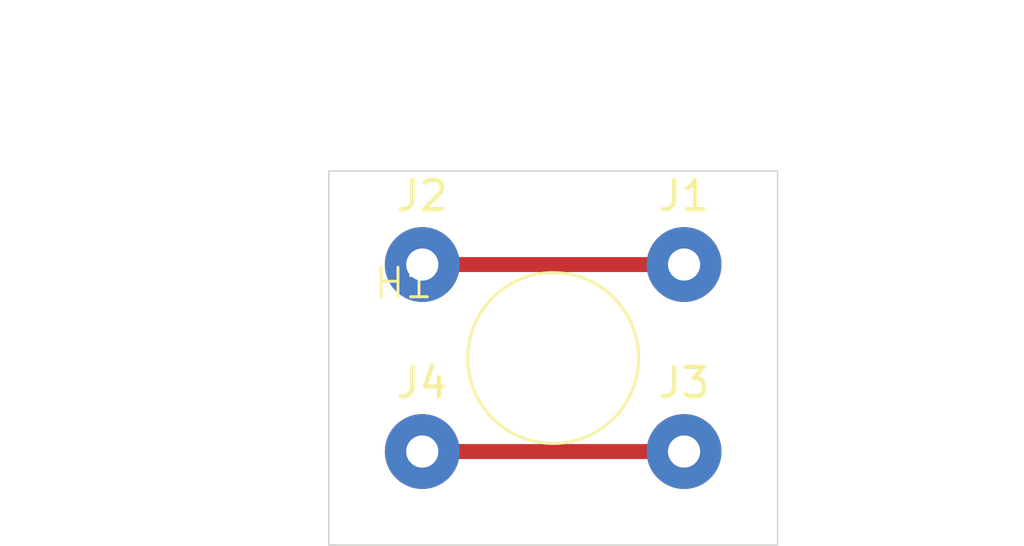
<source format=kicad_pcb>
(kicad_pcb (version 20240108) (generator "pcbnew") (generator_version "8.0")
  (layers (0 "F.Cu" signal) (31 "B.Cu" signal) (34 "B.Paste" user) (35 "F.Paste" user) (36 "B.SilkS" user "B.Silkscreen") (37 "F.SilkS" user "F.Silkscreen") (38 "B.Mask" user) (39 "F.Mask" user) (44 "Edge.Cuts" user))
  (net 0 "")
  (net 1 "Net-(J1-Pin_1)")
  (net 2 "Net-(J3-Pin_1)")
  (footprint "my_mtg_hole:hole-440-nopad" (layer "F.Cu") (at 63.5 57.15)
    (property "Reference" "H1" (at -5.08 -2.54 0) (layer "F.SilkS") (effects (font (thickness 0.1))))
    (property "Value" "MountingHole")
    (fp_circle (center 0 0) (end 1.143 2.667) (stroke (width 0.1)) (fill none) (layer "F.SilkS"))
    (pad "" np_thru_hole circle (at 0 0) (size 1.524 1.524) (drill 3.2512) (layers "F&B.Cu" "*.Mask"))
  )
  (footprint "my-conn-pad:PinHeader_1x01_P2.54mm_Vertical" (layer "F.Cu") (at 67.945 60.325)
    (property "Reference" "J3" (at 0 -2.33 0) (layer "F.SilkS"))
    (property "Value" "Conn_01x01")
    (pad "1" thru_hole circle (at 0 0) (size 2.54 2.54) (drill 1.0922) (layers "*.Cu" "*.Mask") (net 2 "Net-(J3-Pin_1)"))
  )
  (footprint "my-conn-pad:PinHeader_1x01_P2.54mm_Vertical" (layer "F.Cu") (at 59.055 53.975)
    (property "Reference" "J2" (at 0 -2.33 0) (layer "F.SilkS"))
    (property "Value" "Conn_01x01")
    (pad "1" thru_hole circle (at 0 0) (size 2.54 2.54) (drill 1.0922) (layers "*.Cu" "*.Mask") (net 1 "Net-(J1-Pin_1)"))
  )
  (footprint "my-conn-pad:PinHeader_1x01_P2.54mm_Vertical" (layer "F.Cu") (at 67.945 53.975)
    (property "Reference" "J1" (at 0 -2.33 0) (layer "F.SilkS"))
    (property "Value" "Conn_01x01")
    (pad "1" thru_hole circle (at 0 0) (size 2.54 2.54) (drill 1.0922) (layers "*.Cu" "*.Mask") (net 1 "Net-(J1-Pin_1)"))
  )
  (footprint "my-conn-pad:PinHeader_1x01_P2.54mm_Vertical" (layer "F.Cu") (at 59.055 60.325)
    (property "Reference" "J4" (at 0 -2.33 0) (layer "F.SilkS"))
    (property "Value" "Conn_01x01")
    (pad "1" thru_hole circle (at 0 0) (size 2.54 2.54) (drill 1.0922) (layers "*.Cu" "*.Mask") (net 2 "Net-(J3-Pin_1)"))
  )
  (gr_line (start 55.88 50.8) (end 71.12 50.8) (stroke (width 0.05)) (layer "Edge.Cuts"))
  (gr_line (start 71.12 50.8) (end 71.12 63.5) (stroke (width 0.05)) (layer "Edge.Cuts"))
  (gr_line (start 71.12 63.5) (end 55.88 63.5) (stroke (width 0.05)) (layer "Edge.Cuts"))
  (gr_line (start 55.88 63.5) (end 55.88 50.8) (stroke (width 0.05)) (layer "Edge.Cuts"))
  (segment (start 59.055 53.975) (end 67.945 53.975) (width 0.508) (layer "F.Cu") (net 1))
  (segment (start 59.055 60.325) (end 67.945 60.325) (width 0.508) (layer "F.Cu") (net 2))
)
</source>
